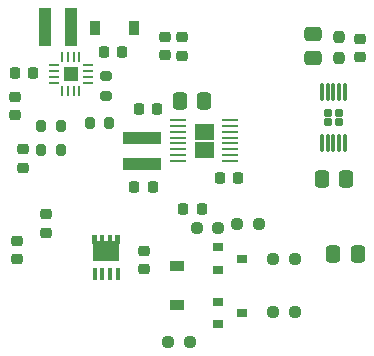
<source format=gbr>
%TF.GenerationSoftware,KiCad,Pcbnew,6.0.4-1.fc35*%
%TF.CreationDate,2022-04-05T13:43:00+01:00*%
%TF.ProjectId,cryosub_power_converter_top_v03,6372796f-7375-4625-9f70-6f7765725f63,rev?*%
%TF.SameCoordinates,Original*%
%TF.FileFunction,Paste,Top*%
%TF.FilePolarity,Positive*%
%FSLAX45Y45*%
G04 Gerber Fmt 4.5, Leading zero omitted, Abs format (unit mm)*
G04 Created by KiCad (PCBNEW 6.0.4-1.fc35) date 2022-04-05 13:43:00*
%MOMM*%
%LPD*%
G01*
G04 APERTURE LIST*
G04 Aperture macros list*
%AMRoundRect*
0 Rectangle with rounded corners*
0 $1 Rounding radius*
0 $2 $3 $4 $5 $6 $7 $8 $9 X,Y pos of 4 corners*
0 Add a 4 corners polygon primitive as box body*
4,1,4,$2,$3,$4,$5,$6,$7,$8,$9,$2,$3,0*
0 Add four circle primitives for the rounded corners*
1,1,$1+$1,$2,$3*
1,1,$1+$1,$4,$5*
1,1,$1+$1,$6,$7*
1,1,$1+$1,$8,$9*
0 Add four rect primitives between the rounded corners*
20,1,$1+$1,$2,$3,$4,$5,0*
20,1,$1+$1,$4,$5,$6,$7,0*
20,1,$1+$1,$6,$7,$8,$9,0*
20,1,$1+$1,$8,$9,$2,$3,0*%
%AMFreePoly0*
4,1,21,1.372500,0.787500,0.862500,0.787500,0.862500,0.532500,1.372500,0.532500,1.372500,0.127500,0.862500,0.127500,0.862500,-0.127500,1.372500,-0.127500,1.372500,-0.532500,0.862500,-0.532500,0.862500,-0.787500,1.372500,-0.787500,1.372500,-1.195000,0.612500,-1.195000,0.612500,-1.117500,-0.862500,-1.117500,-0.862500,1.117500,0.612500,1.117500,0.612500,1.195000,1.372500,1.195000,
1.372500,0.787500,1.372500,0.787500,$1*%
G04 Aperture macros list end*
%ADD10C,0.100000*%
%ADD11RoundRect,0.237500X0.250000X0.237500X-0.250000X0.237500X-0.250000X-0.237500X0.250000X-0.237500X0*%
%ADD12RoundRect,0.237500X-0.250000X-0.237500X0.250000X-0.237500X0.250000X0.237500X-0.250000X0.237500X0*%
%ADD13RoundRect,0.170000X0.210000X-0.170000X0.210000X0.170000X-0.210000X0.170000X-0.210000X-0.170000X0*%
%ADD14RoundRect,0.075000X0.075000X-0.650000X0.075000X0.650000X-0.075000X0.650000X-0.075000X-0.650000X0*%
%ADD15R,0.900000X0.800000*%
%ADD16RoundRect,0.225000X-0.250000X0.225000X-0.250000X-0.225000X0.250000X-0.225000X0.250000X0.225000X0*%
%ADD17RoundRect,0.225000X0.250000X-0.225000X0.250000X0.225000X-0.250000X0.225000X-0.250000X-0.225000X0*%
%ADD18RoundRect,0.250000X0.475000X-0.337500X0.475000X0.337500X-0.475000X0.337500X-0.475000X-0.337500X0*%
%ADD19RoundRect,0.237500X0.237500X-0.250000X0.237500X0.250000X-0.237500X0.250000X-0.237500X-0.250000X0*%
%ADD20RoundRect,0.250000X-0.337500X-0.475000X0.337500X-0.475000X0.337500X0.475000X-0.337500X0.475000X0*%
%ADD21R,0.807999X0.254800*%
%ADD22R,0.254800X0.807999*%
%ADD23R,1.244600X1.244600*%
%ADD24RoundRect,0.225000X0.225000X0.250000X-0.225000X0.250000X-0.225000X-0.250000X0.225000X-0.250000X0*%
%ADD25RoundRect,0.225000X-0.225000X-0.250000X0.225000X-0.250000X0.225000X0.250000X-0.225000X0.250000X0*%
%ADD26R,3.200001X1.000001*%
%ADD27RoundRect,0.200000X-0.275000X0.200000X-0.275000X-0.200000X0.275000X-0.200000X0.275000X0.200000X0*%
%ADD28RoundRect,0.200000X0.200000X0.275000X-0.200000X0.275000X-0.200000X-0.275000X0.200000X-0.275000X0*%
%ADD29R,1.327899X0.279400*%
%ADD30R,1.000001X3.200001*%
%ADD31RoundRect,0.218750X-0.256250X0.218750X-0.256250X-0.218750X0.256250X-0.218750X0.256250X0.218750X0*%
%ADD32RoundRect,0.200000X-0.200000X-0.275000X0.200000X-0.275000X0.200000X0.275000X-0.200000X0.275000X0*%
%ADD33RoundRect,0.218750X0.218750X0.256250X-0.218750X0.256250X-0.218750X-0.256250X0.218750X-0.256250X0*%
%ADD34R,0.900000X1.200000*%
%ADD35R,0.405000X0.990000*%
%ADD36FreePoly0,90.000000*%
%ADD37R,1.200000X0.900000*%
G04 APERTURE END LIST*
%TO.C,U2*%
G36*
X11857630Y-12757320D02*
G01*
X11702370Y-12757320D01*
X11702370Y-12630000D01*
X11857630Y-12630000D01*
X11857630Y-12757320D01*
G37*
D10*
X11857630Y-12757320D02*
X11702370Y-12757320D01*
X11702370Y-12630000D01*
X11857630Y-12630000D01*
X11857630Y-12757320D01*
G36*
X11857630Y-12610000D02*
G01*
X11702370Y-12610000D01*
X11702370Y-12482680D01*
X11857630Y-12482680D01*
X11857630Y-12610000D01*
G37*
X11857630Y-12610000D02*
X11702370Y-12610000D01*
X11702370Y-12482680D01*
X11857630Y-12482680D01*
X11857630Y-12610000D01*
%TD*%
D11*
%TO.C,R8*%
X12550000Y-14075000D03*
X12367500Y-14075000D03*
%TD*%
D12*
%TO.C,R3*%
X12058750Y-13330000D03*
X12241250Y-13330000D03*
%TD*%
D11*
%TO.C,R4*%
X12550000Y-13625000D03*
X12367500Y-13625000D03*
%TD*%
D13*
%TO.C,U1*%
X12828000Y-12467000D03*
X12922000Y-12383000D03*
X12922000Y-12467000D03*
X12828000Y-12383000D03*
D14*
X12775000Y-12640000D03*
X12825000Y-12640000D03*
X12875000Y-12640000D03*
X12925000Y-12640000D03*
X12975000Y-12640000D03*
X12975000Y-12210000D03*
X12925000Y-12210000D03*
X12875000Y-12210000D03*
X12825000Y-12210000D03*
X12775000Y-12210000D03*
%TD*%
D15*
%TO.C,Q1*%
X11900000Y-13525000D03*
X11900000Y-13715000D03*
X12100000Y-13620000D03*
%TD*%
D16*
%TO.C,C6*%
X10200000Y-13468750D03*
X10200000Y-13623750D03*
%TD*%
D12*
%TO.C,R2*%
X11717500Y-13360000D03*
X11900000Y-13360000D03*
%TD*%
D17*
%TO.C,C1*%
X13100000Y-11913750D03*
X13100000Y-11758750D03*
%TD*%
D18*
%TO.C,C3*%
X12700000Y-11925000D03*
X12700000Y-11717500D03*
%TD*%
D19*
%TO.C,R1*%
X12925000Y-11925000D03*
X12925000Y-11742500D03*
%TD*%
D20*
%TO.C,C2*%
X12775000Y-12950000D03*
X12982500Y-12950000D03*
%TD*%
D16*
%TO.C,C5*%
X11267500Y-13555000D03*
X11267500Y-13710000D03*
%TD*%
D15*
%TO.C,Q2*%
X11900000Y-13985000D03*
X11900000Y-14175000D03*
X12100000Y-14080000D03*
%TD*%
D12*
%TO.C,R10*%
X11475000Y-14325000D03*
X11657500Y-14325000D03*
%TD*%
D21*
%TO.C,U3*%
X10505460Y-11982500D03*
X10505460Y-12032500D03*
X10505460Y-12082500D03*
X10505460Y-12132500D03*
D22*
X10575000Y-12202040D03*
X10625000Y-12202040D03*
X10675000Y-12202040D03*
X10725000Y-12202040D03*
D21*
X10794540Y-12132500D03*
X10794540Y-12082500D03*
X10794540Y-12032500D03*
X10794540Y-11982500D03*
D22*
X10725000Y-11912960D03*
X10675000Y-11912960D03*
X10625000Y-11912960D03*
X10575000Y-11912960D03*
D23*
X10650000Y-12057500D03*
%TD*%
D24*
%TO.C,C9*%
X12067500Y-12940000D03*
X11912500Y-12940000D03*
%TD*%
D16*
%TO.C,C13*%
X10175000Y-12250000D03*
X10175000Y-12405000D03*
%TD*%
D24*
%TO.C,C15*%
X11087500Y-11870000D03*
X10932500Y-11870000D03*
%TD*%
D25*
%TO.C,C10*%
X11190000Y-13010000D03*
X11345000Y-13010000D03*
%TD*%
%TO.C,C11*%
X11230000Y-12350000D03*
X11385000Y-12350000D03*
%TD*%
D26*
%TO.C,L2*%
X11252500Y-12817500D03*
X11252500Y-12597500D03*
%TD*%
D27*
%TO.C,R15*%
X10950000Y-12075000D03*
X10950000Y-12240000D03*
%TD*%
D28*
%TO.C,R17*%
X10975000Y-12470000D03*
X10810000Y-12470000D03*
%TD*%
D29*
%TO.C,U2*%
X12001335Y-12795133D03*
X12001335Y-12745095D03*
X12001335Y-12695057D03*
X12001335Y-12645019D03*
X12001335Y-12594981D03*
X12001335Y-12544943D03*
X12001335Y-12494905D03*
X12001335Y-12444867D03*
X11558665Y-12444867D03*
X11558665Y-12494905D03*
X11558665Y-12544943D03*
X11558665Y-12594981D03*
X11558665Y-12645019D03*
X11558665Y-12695057D03*
X11558665Y-12745095D03*
X11558665Y-12795133D03*
%TD*%
D20*
%TO.C,C12*%
X11572500Y-12285000D03*
X11780000Y-12285000D03*
%TD*%
D30*
%TO.C,L4*%
X10650000Y-11660000D03*
X10430000Y-11660000D03*
%TD*%
D16*
%TO.C,C17*%
X11445000Y-11742500D03*
X11445000Y-11897500D03*
%TD*%
D31*
%TO.C,L5*%
X11592500Y-11743750D03*
X11592500Y-11901250D03*
%TD*%
D16*
%TO.C,C16*%
X10250000Y-12695000D03*
X10250000Y-12850000D03*
%TD*%
D32*
%TO.C,R18*%
X10400000Y-12500000D03*
X10565000Y-12500000D03*
%TD*%
D28*
%TO.C,R19*%
X10565000Y-12700000D03*
X10400000Y-12700000D03*
%TD*%
D33*
%TO.C,L3*%
X10335000Y-12047500D03*
X10177500Y-12047500D03*
%TD*%
D31*
%TO.C,L1*%
X10440000Y-13241250D03*
X10440000Y-13398750D03*
%TD*%
D34*
%TO.C,D3*%
X11190000Y-11670000D03*
X10860000Y-11670000D03*
%TD*%
D24*
%TO.C,C7*%
X11760000Y-13200000D03*
X11605000Y-13200000D03*
%TD*%
D20*
%TO.C,C4*%
X12872500Y-13580000D03*
X13080000Y-13580000D03*
%TD*%
D35*
%TO.C,Q3*%
X10853500Y-13751000D03*
X10919500Y-13751000D03*
X10985500Y-13751000D03*
X11051500Y-13751000D03*
D36*
X10952500Y-13551750D03*
%TD*%
D37*
%TO.C,D1*%
X11550000Y-14015000D03*
X11550000Y-13685000D03*
%TD*%
M02*

</source>
